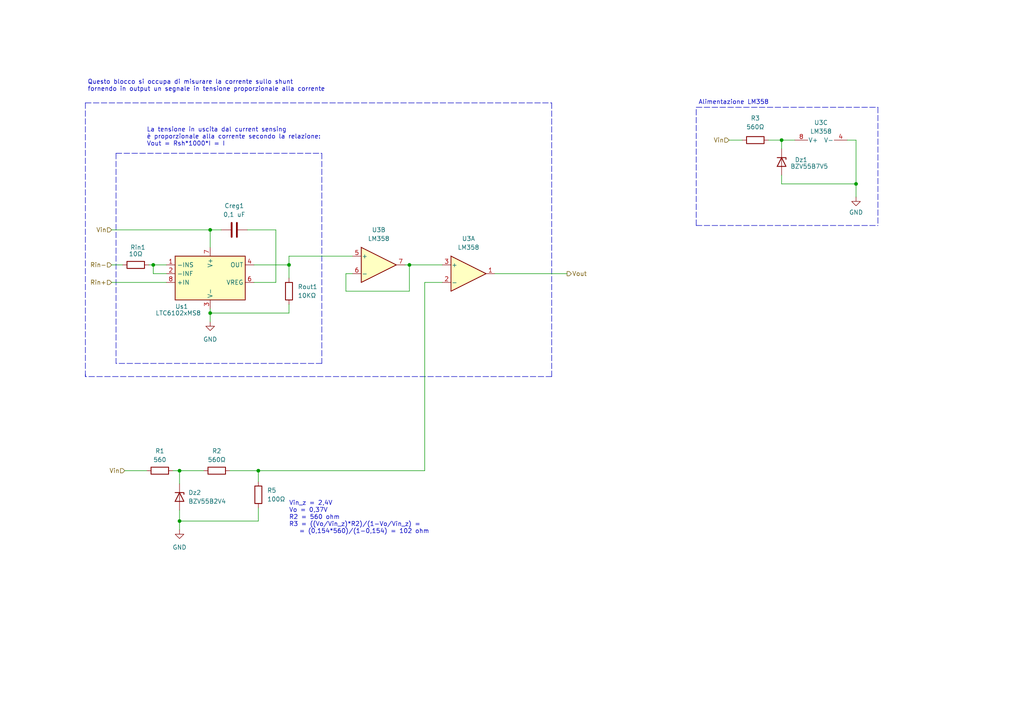
<source format=kicad_sch>
(kicad_sch (version 20211123) (generator eeschema)
  (paper "A4")
  (lib_symbols
    (symbol "Amplifier_Current:LTC6102xMS8"
      (property "Reference" "U" (at -10.16 8.89 0))
      (property "Value" "LTC6102xMS8" (at 1.27 8.89 0))
      (symbol "LTC6102xMS8_0_1"
        (rectangle (start -10.16 7.62) (end 10.16 -5.08) (stroke (width 0.254)) (fill (type background)))
      )
      (symbol "LTC6102xMS8_1_1"
        (pin input line (at -12.7 5.08 0) (length 2.54) (name "-INS") (number "1"))
        (pin input line (at -12.7 2.54 0) (length 2.54) (name "-INF") (number "2"))
        (pin power_in line (at 0 -7.62 90) (length 2.54) (name "V-") (number "3"))
        (pin output line (at 12.7 5.08 180) (length 2.54) (name "OUT") (number "4"))
        (pin passive line (at 0 -7.62 90) (length 2.54) hide (name "V-") (number "5"))
        (pin output line (at 12.7 0 180) (length 2.54) (name "VREG") (number "6"))
        (pin power_in line (at 0 10.16 270) (length 2.54) (name "V+") (number "7"))
        (pin input line (at -12.7 0 0) (length 2.54) (name "+IN") (number "8"))
      )
    )
    (symbol "Amplifier_Operational:LM358" (pin_names (offset 0.127))
      (property "Reference" "U" (at 0 5.08 0))
      (property "Value" "LM358" (at 0 -5.08 0))
      (symbol "LM358_1_1"
        (polyline (pts (xy -5.08 5.08) (xy 5.08 0) (xy -5.08 -5.08) (xy -5.08 5.08)) (stroke (width 0.254)) (fill (type background)))
        (pin output line (at 7.62 0 180) (length 2.54) (name "~") (number "1"))
        (pin input line (at -7.62 -2.54 0) (length 2.54) (name "-") (number "2"))
        (pin input line (at -7.62 2.54 0) (length 2.54) (name "+") (number "3"))
      )
      (symbol "LM358_2_1"
        (polyline (pts (xy -5.08 5.08) (xy 5.08 0) (xy -5.08 -5.08) (xy -5.08 5.08)) (stroke (width 0.254)) (fill (type background)))
        (pin input line (at -7.62 2.54 0) (length 2.54) (name "+") (number "5"))
        (pin input line (at -7.62 -2.54 0) (length 2.54) (name "-") (number "6"))
        (pin output line (at 7.62 0 180) (length 2.54) (name "~") (number "7"))
      )
      (symbol "LM358_3_1"
        (pin power_in line (at -2.54 -7.62 90) (length 3.81) (name "V-") (number "4"))
        (pin power_in line (at -2.54 7.62 270) (length 3.81) (name "V+") (number "8"))
      )
    )
    (symbol "Device:C" (pin_numbers hide) (pin_names (offset 0.254))
      (property "Reference" "C" (at 0.635 2.54 0))
      (property "Value" "C" (at 0.635 -2.54 0))
      (symbol "C_0_1"
        (polyline (pts (xy -2.032 -0.762) (xy 2.032 -0.762)) (stroke (width 0.508)))
        (polyline (pts (xy -2.032 0.762) (xy 2.032 0.762)) (stroke (width 0.508)))
      )
      (symbol "C_1_1"
        (pin passive line (at 0 3.81 270) (length 2.794) (name "~") (number "1"))
        (pin passive line (at 0 -3.81 90) (length 2.794) (name "~") (number "2"))
      )
    )
    (symbol "Device:R" (pin_numbers hide) (pin_names (offset 0))
      (property "Reference" "R" (at 2.032 0 90))
      (property "Value" "R" (at 0 0 90))
      (symbol "R_0_1"
        (rectangle (start -1.016 -2.54) (end 1.016 2.54) (stroke (width 0.254)))
      )
      (symbol "R_1_1"
        (pin passive line (at 0 3.81 270) (length 1.27) (name "~") (number "1"))
        (pin passive line (at 0 -3.81 90) (length 1.27) (name "~") (number "2"))
      )
    )
    (symbol "Diode:BZV55B2V4" (pin_numbers hide) (pin_names (offset 1.016) hide)
      (property "Reference" "D" (at 0 2.54 0))
      (property "Value" "BZV55B2V4" (at 0 -2.54 0))
      (symbol "BZV55B2V4_0_1"
        (polyline (pts (xy 1.27 0) (xy -1.27 0)))
        (polyline (pts (xy -1.27 -1.27) (xy -1.27 1.27) (xy -0.762 1.27)) (stroke (width 0.254)))
        (polyline (pts (xy 1.27 -1.27) (xy 1.27 1.27) (xy -1.27 0) (xy 1.27 -1.27)) (stroke (width 0.254)))
      )
      (symbol "BZV55B2V4_1_1"
        (pin passive line (at -3.81 0 0) (length 2.54) (name "K") (number "1"))
        (pin passive line (at 3.81 0 180) (length 2.54) (name "A") (number "2"))
      )
    )
    (symbol "Diode:BZV55B7V5" (pin_numbers hide) (pin_names (offset 1.016) hide)
      (property "Reference" "D" (at 0 2.54 0))
      (property "Value" "BZV55B7V5" (at 0 -2.54 0))
      (symbol "BZV55B7V5_0_1"
        (polyline (pts (xy 1.27 0) (xy -1.27 0)))
        (polyline (pts (xy -1.27 -1.27) (xy -1.27 1.27) (xy -0.762 1.27)) (stroke (width 0.254)))
        (polyline (pts (xy 1.27 -1.27) (xy 1.27 1.27) (xy -1.27 0) (xy 1.27 -1.27)) (stroke (width 0.254)))
      )
      (symbol "BZV55B7V5_1_1"
        (pin passive line (at -3.81 0 0) (length 2.54) (name "K") (number "1"))
        (pin passive line (at 3.81 0 180) (length 2.54) (name "A") (number "2"))
      )
    )
    (symbol "power:GND" (power) (pin_names (offset 0))
      (property "Value" "GND" (at 0 -3.81 0))
      (symbol "GND_0_1"
        (polyline (pts (xy 0 0) (xy 0 -1.27) (xy 1.27 -1.27) (xy 0 -2.54) (xy -1.27 -1.27) (xy 0 -1.27)))
      )
      (symbol "GND_1_1"
        (pin power_in line (at 0 0 270) (length 0) hide (name "GND") (number "1"))
      )
    )
  )
  (junction (at 52.07 136.525))
  (junction (at 52.07 151.13))
  (junction (at 248.285 53.34))
  (junction (at 226.695 40.64))
  (junction (at 60.96 66.675))
  (junction (at 83.82 76.835))
  (junction (at 74.93 136.525))
  (junction (at 118.745 76.835))
  (junction (at 44.45 76.835))
  (junction (at 60.96 90.805))
  (wire (pts (xy 248.285 40.64) (xy 248.285 53.34)))
  (wire (pts (xy 222.885 40.64) (xy 226.695 40.64)))
  (wire (pts (xy 60.96 66.675) (xy 60.96 71.755)))
  (wire (pts (xy 32.385 76.835) (xy 35.56 76.835)))
  (wire (pts (xy 83.82 76.835) (xy 83.82 80.645)))
  (wire (pts (xy 52.07 136.525) (xy 52.07 140.335)))
  (wire (pts (xy 60.96 90.805) (xy 60.96 93.345)))
  (polyline (pts (xy 24.765 109.22) (xy 24.765 29.845)))
  (wire (pts (xy 60.96 66.675) (xy 64.135 66.675)))
  (polyline (pts (xy 160.02 109.22) (xy 24.765 109.22)))
  (wire (pts (xy 32.385 66.675) (xy 60.96 66.675)))
  (wire (pts (xy 128.27 81.915) (xy 123.19 81.915)))
  (wire (pts (xy 52.07 136.525) (xy 59.055 136.525)))
  (wire (pts (xy 44.45 79.375) (xy 44.45 76.835)))
  (wire (pts (xy 143.51 79.375) (xy 164.465 79.375)))
  (wire (pts (xy 118.745 76.835) (xy 128.27 76.835)))
  (polyline (pts (xy 33.655 44.45) (xy 93.345 44.45)))
  (wire (pts (xy 80.01 81.915) (xy 73.66 81.915)))
  (wire (pts (xy 71.755 66.675) (xy 80.01 66.675)))
  (wire (pts (xy 44.45 76.835) (xy 48.26 76.835)))
  (wire (pts (xy 50.165 136.525) (xy 52.07 136.525)))
  (polyline (pts (xy 24.765 108.585) (xy 24.765 109.22)))
  (wire (pts (xy 32.385 81.915) (xy 48.26 81.915)))
  (wire (pts (xy 211.455 40.64) (xy 215.265 40.64)))
  (polyline (pts (xy 93.345 105.41) (xy 33.655 105.41)))
  (wire (pts (xy 226.695 40.64) (xy 226.695 43.18)))
  (wire (pts (xy 245.745 40.64) (xy 248.285 40.64)))
  (wire (pts (xy 100.33 79.375) (xy 100.33 84.455)))
  (wire (pts (xy 73.66 76.835) (xy 83.82 76.835)))
  (polyline (pts (xy 24.765 29.845) (xy 160.02 29.845)))
  (wire (pts (xy 52.07 151.13) (xy 52.07 153.67)))
  (wire (pts (xy 74.93 136.525) (xy 123.19 136.525)))
  (polyline (pts (xy 160.02 29.845) (xy 160.02 109.22)))
  (wire (pts (xy 80.01 66.675) (xy 80.01 81.915)))
  (wire (pts (xy 118.745 84.455) (xy 118.745 76.835)))
  (wire (pts (xy 66.675 136.525) (xy 74.93 136.525)))
  (polyline (pts (xy 33.655 44.45) (xy 33.655 105.41)))
  (wire (pts (xy 52.07 147.955) (xy 52.07 151.13)))
  (wire (pts (xy 48.26 79.375) (xy 44.45 79.375)))
  (wire (pts (xy 60.96 89.535) (xy 60.96 90.805)))
  (polyline (pts (xy 93.345 44.45) (xy 93.345 105.41)))
  (wire (pts (xy 100.33 84.455) (xy 118.745 84.455)))
  (wire (pts (xy 43.18 76.835) (xy 44.45 76.835)))
  (wire (pts (xy 226.695 53.34) (xy 248.285 53.34)))
  (wire (pts (xy 74.93 151.13) (xy 52.07 151.13)))
  (polyline (pts (xy 201.93 65.405) (xy 201.93 31.115)))
  (wire (pts (xy 230.505 40.64) (xy 226.695 40.64)))
  (wire (pts (xy 248.285 53.34) (xy 248.285 57.15)))
  (wire (pts (xy 83.82 90.805) (xy 60.96 90.805)))
  (polyline (pts (xy 254.635 31.115) (xy 254.635 65.405)))
  (wire (pts (xy 123.19 136.525) (xy 123.19 81.915)))
  (wire (pts (xy 83.82 74.295) (xy 102.235 74.295)))
  (wire (pts (xy 36.195 136.525) (xy 42.545 136.525)))
  (wire (pts (xy 74.93 136.525) (xy 74.93 139.7)))
  (wire (pts (xy 102.235 79.375) (xy 100.33 79.375)))
  (polyline (pts (xy 201.93 65.405) (xy 254.635 65.405)))
  (wire (pts (xy 83.82 76.835) (xy 83.82 74.295)))
  (wire (pts (xy 83.82 88.265) (xy 83.82 90.805)))
  (polyline (pts (xy 201.93 31.115) (xy 254.635 31.115)))
  (wire (pts (xy 117.475 76.835) (xy 118.745 76.835)))
  (wire (pts (xy 226.695 50.8) (xy 226.695 53.34)))
  (wire (pts (xy 74.93 147.32) (xy 74.93 151.13)))
  (text "Alimentazione LM358" (at 202.565 30.48 0) (effects (font (size 1.27 1.27)) (justify left bottom)))
  (text "Questo blocco si occupa di misurare la corrente sullo shunt \nfornendo in output un segnale in tensione proporzionale alla corrente\n" (at 25.4 26.67 0) (effects (font (size 1.27 1.27)) (justify left bottom)))
  (text "Vin_z = 2,4V\nVo = 0,37V\nR2 = 560 ohm\nR3 = ((Vo/Vin_z)*R2)/(1-Vo/Vin_z) = \n   = (0,154*560)/(1-0,154) = 102 ohm" (at 83.82 154.94 0) (effects (font (size 1.27 1.27)) (justify left bottom)))
  (text "La tensione in uscita dal current sensing \nè proporzionale alla corrente secondo la relazione:\nVout = Rsh*1000*I = I" (at 42.545 42.545 0) (effects (font (size 1.27 1.27)) (justify left bottom)))
  (hierarchical_label "Rin-" (shape input) (at 32.385 76.835 180))
  (hierarchical_label "Vout" (shape output) (at 164.465 79.375 0))
  (hierarchical_label "Vin" (shape input) (at 36.195 136.525 180))
  (hierarchical_label "Rin+" (shape input) (at 32.385 81.915 180))
  (hierarchical_label "Vin" (shape input) (at 32.385 66.675 180))
  (hierarchical_label "Vin" (shape input) (at 211.455 40.64 180))
  (symbol (lib_id "Device:R") (at 219.075 40.64 90) (unit 1)
    (property "Reference" "R3" (at 219.075 34.29 90))
    (property "Value" "560Ω" (at 219.075 36.83 90))
    (property "Footprint" "Resistor_SMD:R_0603_1608Metric" (effects hide))
  )
  (symbol (lib_id "power:GND") (at 60.96 93.345 0) (unit 1)
    (property "Reference" "#PWR0109" (effects hide))
    (property "Value" "GND" (at 60.96 98.425 0))
  )
  (symbol (lib_id "Amplifier_Operational:LM358") (at 135.89 79.375 0) (unit 1)
    (property "Reference" "U3" (at 135.89 69.215 0))
    (property "Value" "LM358" (at 135.89 71.755 0))
    (property "Footprint" "Package_SO:SOIC-8_3.9x4.9mm_P1.27mm" (effects hide))
    (property "Datasheet" "http://www.ti.com/lit/ds/symlink/lm2904-n.pdf" (effects hide))
  )
  (symbol (lib_id "Device:C") (at 67.945 66.675 90) (unit 1)
    (property "Reference" "Creg1" (at 67.945 59.69 90))
    (property "Value" "0,1 uF" (at 67.945 62.23 90))
    (property "Footprint" "Capacitor_SMD:C_0402_1005Metric_Pad0.74x0.62mm_HandSolder" (effects hide))
  )
  (symbol (lib_id "Diode:BZV55B2V4") (at 52.07 144.145 270) (unit 1)
    (property "Reference" "Dz2" (at 54.61 142.8749 90) (effects (justify left)))
    (property "Value" "BZV55B2V4" (at 54.61 145.4149 90) (effects (justify left)))
    (property "Footprint" "Diode_SMD:D_MiniMELF" (effects hide))
    (property "Datasheet" "https://assets.nexperia.com/documents/data-sheet/BZV55_SER.pdf" (effects hide))
  )
  (symbol (lib_id "Amplifier_Operational:LM358") (at 109.855 76.835 0) (unit 2)
    (property "Reference" "U3" (at 109.855 66.675 0))
    (property "Value" "LM358" (at 109.855 69.215 0))
    (property "Footprint" "Package_SO:SOIC-8_3.9x4.9mm_P1.27mm" (effects hide))
    (property "Datasheet" "http://www.ti.com/lit/ds/symlink/lm2904-n.pdf" (effects hide))
  )
  (symbol (lib_id "Amplifier_Current:LTC6102xMS8") (at 60.96 81.915 0) (unit 1)
    (property "Reference" "Us1" (at 50.8 88.9 0) (effects (justify left)))
    (property "Value" "LTC6102xMS8" (at 45.085 90.805 0) (effects (justify left)))
    (property "Footprint" "Package_SO:MSOP-8_3x3mm_P0.65mm" (effects hide))
    (property "Datasheet" "https://www.analog.com/media/en/technical-documentation/data-sheets/6102fe.pdf" (effects hide))
  )
  (symbol (lib_id "power:GND") (at 248.285 57.15 0) (unit 1)
    (property "Reference" "#PWR0108" (effects hide))
    (property "Value" "GND" (at 248.285 61.595 0))
  )
  (symbol (lib_id "Device:R") (at 46.355 136.525 270) (unit 1)
    (property "Reference" "R1" (at 46.355 130.81 90))
    (property "Value" "560" (at 46.355 133.35 90))
    (property "Footprint" "Resistor_SMD:R_0603_1608Metric" (effects hide))
  )
  (symbol (lib_id "power:GND") (at 52.07 153.67 0) (unit 1)
    (property "Reference" "#PWR0110" (effects hide))
    (property "Value" "GND" (at 52.07 158.75 0))
  )
  (symbol (lib_id "Device:R") (at 74.93 143.51 0) (unit 1)
    (property "Reference" "R5" (at 77.47 142.2399 0) (effects (justify left)))
    (property "Value" "100Ω" (at 77.47 144.7799 0) (effects (justify left)))
    (property "Footprint" "Resistor_SMD:R_0603_1608Metric" (effects hide))
  )
  (symbol (lib_id "Device:R") (at 39.37 76.835 90) (unit 1)
    (property "Reference" "Rin1" (at 40.005 71.755 90))
    (property "Value" "10Ω" (at 39.37 73.66 90))
    (property "Footprint" "Resistor_SMD:R_0402_1005Metric" (effects hide))
  )
  (symbol (lib_id "Diode:BZV55B7V5") (at 226.695 46.99 270) (unit 1)
    (property "Reference" "Dz1" (at 230.505 46.355 90) (effects (justify left)))
    (property "Value" "BZV55B7V5" (at 229.235 48.2599 90) (effects (justify left)))
    (property "Footprint" "Diode_SMD:D_MiniMELF" (effects hide))
    (property "Datasheet" "https://assets.nexperia.com/documents/data-sheet/BZV55_SER.pdf" (effects hide))
  )
  (symbol (lib_id "Device:R") (at 62.865 136.525 270) (unit 1)
    (property "Reference" "R2" (at 62.865 130.81 90))
    (property "Value" "560Ω" (at 62.865 133.35 90))
    (property "Footprint" "Resistor_SMD:R_0603_1608Metric" (effects hide))
  )
  (symbol (lib_id "Amplifier_Operational:LM358") (at 238.125 38.1 90) (unit 3)
    (property "Reference" "U3" (at 238.125 35.56 90))
    (property "Value" "LM358" (at 238.125 38.1 90))
    (property "Footprint" "Package_SO:SOIC-8_3.9x4.9mm_P1.27mm" (effects hide))
    (property "Datasheet" "http://www.ti.com/lit/ds/symlink/lm2904-n.pdf" (effects hide))
  )
  (symbol (lib_id "Device:R") (at 83.82 84.455 0) (unit 1)
    (property "Reference" "Rout1" (at 86.36 83.1849 0) (effects (justify left)))
    (property "Value" "10KΩ" (at 86.36 85.7249 0) (effects (justify left)))
    (property "Footprint" "Resistor_SMD:R_0603_1608Metric" (effects hide))
  )
)
</source>
